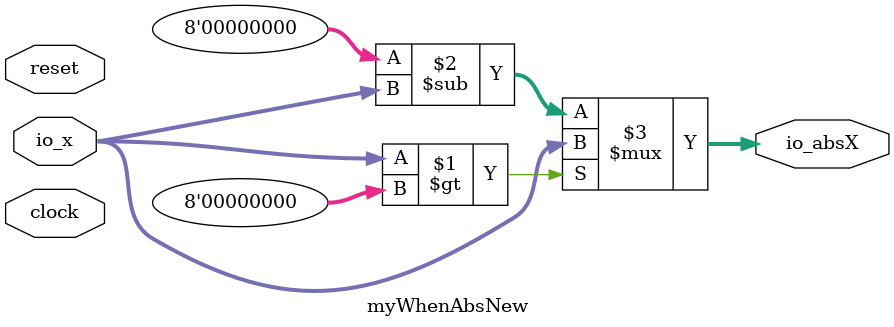
<source format=v>
module myWhenAbsNew(	// file.cleaned.mlir:2:3
  input        clock,	// file.cleaned.mlir:2:30
               reset,	// file.cleaned.mlir:2:46
  input  [7:0] io_x,	// file.cleaned.mlir:2:62
  output [7:0] io_absX	// file.cleaned.mlir:2:78
);

  assign io_absX = $signed(io_x) > 8'sh0 ? io_x : 8'h0 - io_x;	// file.cleaned.mlir:3:14, :4:10, :5:10, :6:10, :7:5
endmodule


</source>
